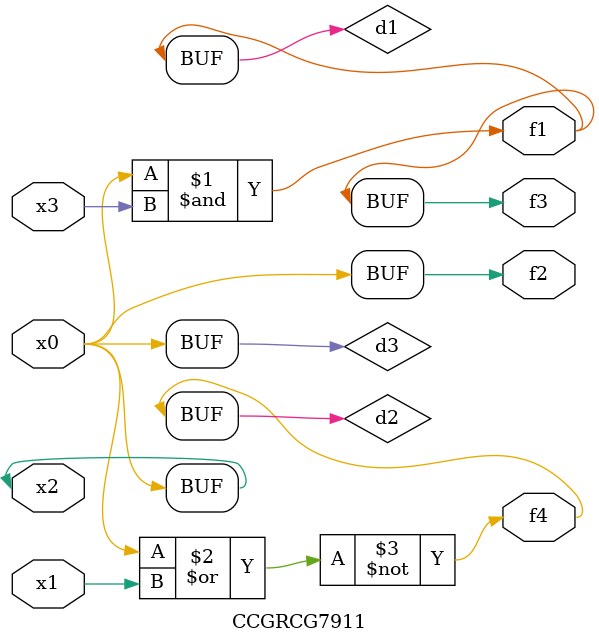
<source format=v>
module CCGRCG7911(
	input x0, x1, x2, x3,
	output f1, f2, f3, f4
);

	wire d1, d2, d3;

	and (d1, x2, x3);
	nor (d2, x0, x1);
	buf (d3, x0, x2);
	assign f1 = d1;
	assign f2 = d3;
	assign f3 = d1;
	assign f4 = d2;
endmodule

</source>
